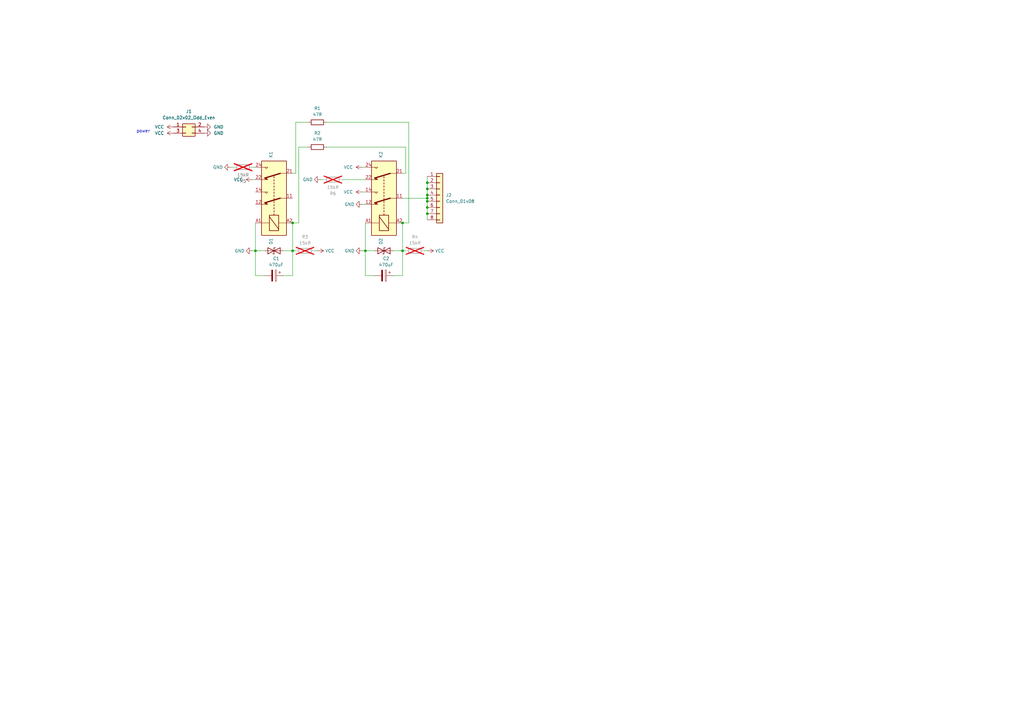
<source format=kicad_sch>
(kicad_sch (version 20231120) (generator "eeschema") (generator_version "8.0")
  (paper "A3")
  (lib_symbols
    (symbol "Connector_Generic:Conn_01x08" (pin_names (offset 1.016) hide)
      (property "Reference" "J" (at 0 10.16 0))
      (property "Value" "Conn_01x08" (at 0 -12.7 0))
      (symbol "Conn_01x08_1_1"
        (rectangle (start -1.27 -10.033) (end 0 -10.287) (stroke (width 0.1524)))
        (rectangle (start -1.27 -7.493) (end 0 -7.747) (stroke (width 0.1524)))
        (rectangle (start -1.27 -4.953) (end 0 -5.207) (stroke (width 0.1524)))
        (rectangle (start -1.27 -2.413) (end 0 -2.667) (stroke (width 0.1524)))
        (rectangle (start -1.27 0.127) (end 0 -0.127) (stroke (width 0.1524)))
        (rectangle (start -1.27 2.667) (end 0 2.413) (stroke (width 0.1524)))
        (rectangle (start -1.27 5.207) (end 0 4.953) (stroke (width 0.1524)))
        (rectangle (start -1.27 7.747) (end 0 7.493) (stroke (width 0.1524)))
        (rectangle (start -1.27 8.89) (end 1.27 -11.43) (stroke (width 0.254)) (fill (type background)))
        (pin passive line (at -5.08 7.62 0) (length 3.81) (name "Pin_1") (number "1"))
        (pin passive line (at -5.08 5.08 0) (length 3.81) (name "Pin_2") (number "2"))
        (pin passive line (at -5.08 2.54 0) (length 3.81) (name "Pin_3") (number "3"))
        (pin passive line (at -5.08 0 0) (length 3.81) (name "Pin_4") (number "4"))
        (pin passive line (at -5.08 -2.54 0) (length 3.81) (name "Pin_5") (number "5"))
        (pin passive line (at -5.08 -5.08 0) (length 3.81) (name "Pin_6") (number "6"))
        (pin passive line (at -5.08 -7.62 0) (length 3.81) (name "Pin_7") (number "7"))
        (pin passive line (at -5.08 -10.16 0) (length 3.81) (name "Pin_8") (number "8"))
      )
    )
    (symbol "Connector_Generic:Conn_02x02_Odd_Even" (pin_names (offset 1.016) hide)
      (property "Reference" "J" (at 1.27 2.54 0))
      (property "Value" "Conn_02x02_Odd_Even" (at 1.27 -5.08 0))
      (symbol "Conn_02x02_Odd_Even_1_1"
        (rectangle (start -1.27 -2.413) (end 0 -2.667) (stroke (width 0.1524)))
        (rectangle (start -1.27 0.127) (end 0 -0.127) (stroke (width 0.1524)))
        (rectangle (start -1.27 1.27) (end 3.81 -3.81) (stroke (width 0.254)) (fill (type background)))
        (rectangle (start 3.81 -2.413) (end 2.54 -2.667) (stroke (width 0.1524)))
        (rectangle (start 3.81 0.127) (end 2.54 -0.127) (stroke (width 0.1524)))
        (pin passive line (at -5.08 0 0) (length 3.81) (name "Pin_1") (number "1"))
        (pin passive line (at 7.62 0 180) (length 3.81) (name "Pin_2") (number "2"))
        (pin passive line (at -5.08 -2.54 0) (length 3.81) (name "Pin_3") (number "3"))
        (pin passive line (at 7.62 -2.54 180) (length 3.81) (name "Pin_4") (number "4"))
      )
    )
    (symbol "Device:C_Polarized" (pin_numbers hide) (pin_names (offset 0.254))
      (property "Reference" "C" (at 0.635 2.54 0))
      (property "Value" "C_Polarized" (at 0.635 -2.54 0))
      (symbol "C_Polarized_0_1"
        (rectangle (start -2.286 0.508) (end 2.286 1.016))
        (polyline (pts (xy -1.778 2.286) (xy -0.762 2.286)))
        (polyline (pts (xy -1.27 2.794) (xy -1.27 1.778)))
        (rectangle (start 2.286 -0.508) (end -2.286 -1.016) (fill (type outline)))
      )
      (symbol "C_Polarized_1_1"
        (pin passive line (at 0 3.81 270) (length 2.794) (name "~") (number "1"))
        (pin passive line (at 0 -3.81 90) (length 2.794) (name "~") (number "2"))
      )
    )
    (symbol "Device:D_TVS" (pin_numbers hide) (pin_names (offset 1.016) hide)
      (property "Reference" "D" (at 0 2.54 0))
      (property "Value" "D_TVS" (at 0 -2.54 0))
      (symbol "D_TVS_0_1"
        (polyline (pts (xy 1.27 0) (xy -1.27 0)))
        (polyline (pts (xy 0.508 1.27) (xy 0 1.27) (xy 0 -1.27) (xy -0.508 -1.27)) (stroke (width 0.254)))
        (polyline (pts (xy -2.54 1.27) (xy -2.54 -1.27) (xy 2.54 1.27) (xy 2.54 -1.27) (xy -2.54 1.27)) (stroke (width 0.254)))
      )
      (symbol "D_TVS_1_1"
        (pin passive line (at -3.81 0 0) (length 2.54) (name "A1") (number "1"))
        (pin passive line (at 3.81 0 180) (length 2.54) (name "A2") (number "2"))
      )
    )
    (symbol "Device:R" (pin_numbers hide) (pin_names (offset 0))
      (property "Reference" "R" (at 2.032 0 90))
      (property "Value" "R" (at 0 0 90))
      (symbol "R_0_1"
        (rectangle (start -1.016 -2.54) (end 1.016 2.54) (stroke (width 0.254)))
      )
      (symbol "R_1_1"
        (pin passive line (at 0 3.81 270) (length 1.27) (name "~") (number "1"))
        (pin passive line (at 0 -3.81 90) (length 1.27) (name "~") (number "2"))
      )
    )
    (symbol "Relay:Relay_DPDT"
      (property "Reference" "K" (at 16.51 3.81 0))
      (property "Value" "Relay_DPDT" (at 16.51 1.27 0))
      (symbol "Relay_DPDT_0_1"
        (rectangle (start -15.24 5.08) (end 15.24 -5.08) (stroke (width 0.254)) (fill (type background)))
        (rectangle (start -13.335 1.905) (end -6.985 -1.905) (stroke (width 0.254)))
        (polyline (pts (xy -12.7 -1.905) (xy -7.62 1.905)) (stroke (width 0.254)))
        (polyline (pts (xy -10.16 -5.08) (xy -10.16 -1.905)))
        (polyline (pts (xy -10.16 5.08) (xy -10.16 1.905)))
        (polyline (pts (xy -6.985 0) (xy -6.35 0)) (stroke (width 0.254)))
        (polyline (pts (xy -5.715 0) (xy -5.08 0)) (stroke (width 0.254)))
        (polyline (pts (xy -4.445 0) (xy -3.81 0)) (stroke (width 0.254)))
        (polyline (pts (xy -3.175 0) (xy -2.54 0)) (stroke (width 0.254)))
        (polyline (pts (xy -1.905 0) (xy -1.27 0)) (stroke (width 0.254)))
        (polyline (pts (xy -0.635 0) (xy 0 0)) (stroke (width 0.254)))
        (polyline (pts (xy 0 -2.54) (xy -1.905 3.81)) (stroke (width 0.508)))
        (polyline (pts (xy 0 -2.54) (xy 0 -5.08)))
        (polyline (pts (xy 0.635 0) (xy 1.27 0)) (stroke (width 0.254)))
        (polyline (pts (xy 1.905 0) (xy 2.54 0)) (stroke (width 0.254)))
        (polyline (pts (xy 3.175 0) (xy 3.81 0)) (stroke (width 0.254)))
        (polyline (pts (xy 4.445 0) (xy 5.08 0)) (stroke (width 0.254)))
        (polyline (pts (xy 5.715 0) (xy 6.35 0)) (stroke (width 0.254)))
        (polyline (pts (xy 6.985 0) (xy 7.62 0)) (stroke (width 0.254)))
        (polyline (pts (xy 8.255 0) (xy 8.89 0)) (stroke (width 0.254)))
        (polyline (pts (xy 10.16 -2.54) (xy 8.255 3.81)) (stroke (width 0.508)))
        (polyline (pts (xy 10.16 -2.54) (xy 10.16 -5.08)))
        (polyline (pts (xy -2.54 5.08) (xy -2.54 2.54) (xy -1.905 3.175) (xy -2.54 3.81)) (fill (type outline)))
        (polyline (pts (xy 2.54 5.08) (xy 2.54 2.54) (xy 1.905 3.175) (xy 2.54 3.81)))
        (polyline (pts (xy 7.62 5.08) (xy 7.62 2.54) (xy 8.255 3.175) (xy 7.62 3.81)) (fill (type outline)))
        (polyline (pts (xy 12.7 5.08) (xy 12.7 2.54) (xy 12.065 3.175) (xy 12.7 3.81)))
      )
      (symbol "Relay_DPDT_1_1"
        (pin passive line (at 0 -7.62 90) (length 2.54) (name "~") (number "11"))
        (pin passive line (at -2.54 7.62 270) (length 2.54) (name "~") (number "12"))
        (pin passive line (at 2.54 7.62 270) (length 2.54) (name "~") (number "14"))
        (pin passive line (at 10.16 -7.62 90) (length 2.54) (name "~") (number "21"))
        (pin passive line (at 7.62 7.62 270) (length 2.54) (name "~") (number "22"))
        (pin passive line (at 12.7 7.62 270) (length 2.54) (name "~") (number "24"))
        (pin passive line (at -10.16 7.62 270) (length 2.54) (name "~") (number "A1"))
        (pin passive line (at -10.16 -7.62 90) (length 2.54) (name "~") (number "A2"))
      )
    )
    (symbol "power:GND" (power) (pin_names (offset 0))
      (property "Value" "GND" (at 0 -3.81 0))
      (symbol "GND_0_1"
        (polyline (pts (xy 0 0) (xy 0 -1.27) (xy 1.27 -1.27) (xy 0 -2.54) (xy -1.27 -1.27) (xy 0 -1.27)))
      )
      (symbol "GND_1_1"
        (pin power_in line (at 0 0 270) (length 0) hide (name "GND") (number "1"))
      )
    )
    (symbol "power:VCC" (power) (pin_names (offset 0))
      (property "Value" "VCC" (at 0 3.81 0))
      (symbol "VCC_0_1"
        (polyline (pts (xy -0.762 1.27) (xy 0 2.54)))
        (polyline (pts (xy 0 0) (xy 0 2.54)))
        (polyline (pts (xy 0 2.54) (xy 0.762 1.27)))
      )
      (symbol "VCC_1_1"
        (pin power_in line (at 0 0 90) (length 0) hide (name "VCC") (number "1"))
      )
    )
  )
  (junction (at 175.26 85.09))
  (junction (at 165.1 91.44))
  (junction (at 175.26 77.47))
  (junction (at 175.26 81.28))
  (junction (at 104.775 102.87))
  (junction (at 175.26 87.63))
  (junction (at 175.26 80.01))
  (junction (at 175.26 74.93))
  (junction (at 120.015 102.87))
  (junction (at 120.015 91.44))
  (junction (at 175.26 82.55))
  (junction (at 165.1 102.87))
  (junction (at 149.86 102.87))
  (wire (pts (xy 133.985 50.165) (xy 167.64 50.165)))
  (wire (pts (xy 104.775 91.44) (xy 104.775 102.87)))
  (wire (pts (xy 116.205 102.87) (xy 120.015 102.87)))
  (wire (pts (xy 149.86 91.44) (xy 149.86 102.87)))
  (wire (pts (xy 148.59 83.82) (xy 149.86 83.82)))
  (wire (pts (xy 166.37 60.325) (xy 166.37 71.12)))
  (wire (pts (xy 149.86 102.87) (xy 153.67 102.87)))
  (wire (pts (xy 175.26 87.63) (xy 175.26 90.17)))
  (wire (pts (xy 148.59 68.58) (xy 149.86 68.58)))
  (wire (pts (xy 148.59 102.87) (xy 149.86 102.87)))
  (wire (pts (xy 94.615 68.58) (xy 95.885 68.58)))
  (wire (pts (xy 120.015 113.03) (xy 120.015 102.87)))
  (wire (pts (xy 175.26 74.93) (xy 175.26 77.47)))
  (wire (pts (xy 120.015 71.12) (xy 121.285 71.12)))
  (wire (pts (xy 149.86 113.03) (xy 149.86 102.87)))
  (wire (pts (xy 175.26 85.09) (xy 175.26 87.63)))
  (wire (pts (xy 108.585 113.03) (xy 104.775 113.03)))
  (wire (pts (xy 165.1 91.44) (xy 165.1 102.87)))
  (wire (pts (xy 120.015 91.44) (xy 120.015 102.87)))
  (wire (pts (xy 121.285 71.12) (xy 121.285 50.165)))
  (wire (pts (xy 175.26 81.28) (xy 175.26 82.55)))
  (wire (pts (xy 121.285 50.165) (xy 126.365 50.165)))
  (wire (pts (xy 175.26 102.87) (xy 173.99 102.87)))
  (wire (pts (xy 133.985 60.325) (xy 166.37 60.325)))
  (wire (pts (xy 103.505 73.66) (xy 104.775 73.66)))
  (wire (pts (xy 116.205 113.03) (xy 120.015 113.03)))
  (wire (pts (xy 165.1 113.03) (xy 165.1 102.87)))
  (wire (pts (xy 148.59 78.74) (xy 149.86 78.74)))
  (wire (pts (xy 167.64 91.44) (xy 165.1 91.44)))
  (wire (pts (xy 161.29 113.03) (xy 165.1 113.03)))
  (wire (pts (xy 165.1 102.87) (xy 166.37 102.87)))
  (wire (pts (xy 122.555 91.44) (xy 120.015 91.44)))
  (wire (pts (xy 167.64 50.165) (xy 167.64 91.44)))
  (wire (pts (xy 153.67 113.03) (xy 149.86 113.03)))
  (wire (pts (xy 175.26 77.47) (xy 175.26 80.01)))
  (wire (pts (xy 122.555 60.325) (xy 122.555 91.44)))
  (wire (pts (xy 122.555 60.325) (xy 126.365 60.325)))
  (wire (pts (xy 104.775 68.58) (xy 103.505 68.58)))
  (wire (pts (xy 120.015 102.87) (xy 121.285 102.87)))
  (wire (pts (xy 104.775 113.03) (xy 104.775 102.87)))
  (wire (pts (xy 175.26 82.55) (xy 175.26 85.09)))
  (wire (pts (xy 165.1 102.87) (xy 161.29 102.87)))
  (wire (pts (xy 166.37 71.12) (xy 165.1 71.12)))
  (wire (pts (xy 104.775 102.87) (xy 108.585 102.87)))
  (wire (pts (xy 103.505 102.87) (xy 104.775 102.87)))
  (wire (pts (xy 131.445 73.66) (xy 132.715 73.66)))
  (wire (pts (xy 175.26 72.39) (xy 175.26 74.93)))
  (wire (pts (xy 149.86 73.66) (xy 140.335 73.66)))
  (wire (pts (xy 175.26 80.01) (xy 175.26 81.28)))
  (wire (pts (xy 165.1 81.28) (xy 175.26 81.28)))
  (wire (pts (xy 130.175 102.87) (xy 128.905 102.87)))
  (text "power" (at 55.88 54.61 0) (effects (font (size 1.27 1.27)) (justify left bottom)))
  (symbol (lib_id "Device:R") (at 130.175 60.325 270) (unit 1)
    (property "Reference" "R2" (at 130.175 54.61 90))
    (property "Value" "47R" (at 130.175 57.15 90))
    (property "Footprint" "Resistor_SMD:R_0805_2012Metric_Pad1.20x1.40mm_HandSolder" (effects (hide yes)))
  )
  (symbol (lib_id "power:VCC") (at 103.505 73.66 90) (unit 1)
    (property "Reference" "#PWR07" (effects (hide yes)))
    (property "Value" "VCC" (at 99.695 73.66 90) (effects (justify left)))
  )
  (symbol (lib_id "power:VCC") (at 175.26 102.87 270) (unit 1)
    (property "Reference" "#PWR012" (effects (hide yes)))
    (property "Value" "VCC" (at 178.435 102.8699 90) (effects (justify left)))
  )
  (symbol (lib_id "power:GND") (at 148.59 102.87 270) (unit 1)
    (property "Reference" "#PWR06" (effects (hide yes)))
    (property "Value" "GND" (at 145.415 102.87 90) (effects (justify right)))
  )
  (symbol (lib_id "Device:C_Polarized") (at 157.48 113.03 270) (unit 1)
    (property "Reference" "C2" (at 158.369 106.045 90))
    (property "Value" "470uF" (at 158.369 108.585 90))
    (property "Footprint" "Capacitor_THT:CP_Radial_D10.0mm_P5.00mm" (effects (hide yes)))
  )
  (symbol (lib_id "power:VCC") (at 71.12 54.61 90) (unit 1)
    (property "Reference" "#PWR02" (effects (hide yes)))
    (property "Value" "VCC" (at 67.31 54.61 90) (effects (justify left)))
  )
  (symbol (lib_id "power:VCC") (at 71.12 52.07 90) (unit 1)
    (property "Reference" "#PWR01" (effects (hide yes)))
    (property "Value" "VCC" (at 67.31 52.07 90) (effects (justify left)))
  )
  (symbol (lib_id "power:GND") (at 131.445 73.66 270) (unit 1)
    (property "Reference" "#PWR014" (effects (hide yes)))
    (property "Value" "GND" (at 128.27 73.66 90) (effects (justify right)))
  )
  (symbol (lib_id "Connector_Generic:Conn_01x08") (at 180.34 80.01 0) (unit 1)
    (property "Reference" "J2" (at 182.88 80.01 0) (effects (justify left)))
    (property "Value" "Conn_01x08" (at 182.88 82.55 0) (effects (justify left)))
    (property "Footprint" "Connector_PinHeader_2.54mm:PinHeader_1x08_P2.54mm_Vertical" (effects (hide yes)))
  )
  (symbol (lib_id "power:VCC") (at 148.59 78.74 90) (unit 1)
    (property "Reference" "#PWR09" (effects (hide yes)))
    (property "Value" "VCC" (at 144.78 78.74 90) (effects (justify left)))
  )
  (symbol (lib_id "power:GND") (at 94.615 68.58 270) (unit 1)
    (property "Reference" "#PWR013" (effects (hide yes)))
    (property "Value" "GND" (at 91.44 68.58 90) (effects (justify right)))
  )
  (symbol (lib_id "power:GND") (at 83.82 52.07 90) (unit 1)
    (property "Reference" "#PWR03" (effects (hide yes)))
    (property "Value" "GND" (at 87.63 52.07 90) (effects (justify right)))
  )
  (symbol (lib_id "Device:R") (at 99.695 68.58 90) (unit 1) (dnp yes)
    (property "Reference" "R5" (at 99.695 74.295 90))
    (property "Value" "15kR" (at 99.695 71.755 90))
    (property "Footprint" "Resistor_THT:R_Axial_DIN0204_L3.6mm_D1.6mm_P2.54mm_Vertical" (effects (hide yes)))
  )
  (symbol (lib_id "Device:C_Polarized") (at 112.395 113.03 270) (unit 1)
    (property "Reference" "C1" (at 113.284 106.045 90))
    (property "Value" "470uF" (at 113.284 108.585 90))
    (property "Footprint" "Capacitor_THT:CP_Radial_D10.0mm_P5.00mm" (effects (hide yes)))
  )
  (symbol (lib_id "Device:R") (at 136.525 73.66 90) (unit 1) (dnp yes)
    (property "Reference" "R6" (at 136.525 79.375 90))
    (property "Value" "15kR" (at 136.525 76.835 90))
    (property "Footprint" "Resistor_THT:R_Axial_DIN0204_L3.6mm_D1.6mm_P2.54mm_Vertical" (effects (hide yes)))
  )
  (symbol (lib_id "Device:R") (at 170.18 102.87 270) (unit 1) (dnp yes)
    (property "Reference" "R4" (at 170.18 97.155 90))
    (property "Value" "15kR" (at 170.18 99.695 90))
    (property "Footprint" "Resistor_THT:R_Axial_DIN0204_L3.6mm_D1.6mm_P2.54mm_Vertical" (effects (hide yes)))
  )
  (symbol (lib_id "Device:D_TVS") (at 157.48 102.87 180) (unit 1)
    (property "Reference" "D2" (at 156.21 100.33 90) (effects (justify right)))
    (property "Value" "SMAJ14CA" (effects (hide yes)))
    (property "Footprint" "Diode_SMD:D_SMA_Handsoldering" (effects (hide yes)))
    (property "Datasheet" "https://goodarksemi.com/docs/datasheets/transient_voltage_suppressors/SMAJx.pdf" (effects (hide yes)))
  )
  (symbol (lib_id "power:GND") (at 148.59 83.82 270) (unit 1)
    (property "Reference" "#PWR010" (effects (hide yes)))
    (property "Value" "GND" (at 145.415 83.82 90) (effects (justify right)))
  )
  (symbol (lib_id "power:GND") (at 83.82 54.61 90) (unit 1)
    (property "Reference" "#PWR04" (effects (hide yes)))
    (property "Value" "GND" (at 87.63 54.61 90) (effects (justify right)))
  )
  (symbol (lib_id "power:VCC") (at 148.59 68.58 90) (unit 1)
    (property "Reference" "#PWR08" (effects (hide yes)))
    (property "Value" "VCC" (at 144.78 68.58 90) (effects (justify left)))
  )
  (symbol (lib_id "Relay:Relay_DPDT") (at 112.395 81.28 90) (unit 1)
    (property "Reference" "K1" (at 111.125 64.77 0) (effects (justify left)))
    (property "Value" "J104D2C12VDC.15S" (effects (hide yes)))
    (property "Footprint" "Relay_THT:Relay_DPDT_Finder_30.22" (effects (hide yes)))
    (property "Datasheet" "https://www.citrelay.com/Catalog%20Pages/RelayCatalog/J104D.pdf" (effects (hide yes)))
  )
  (symbol (lib_id "Device:R") (at 130.175 50.165 270) (unit 1)
    (property "Reference" "R1" (at 130.175 44.45 90))
    (property "Value" "47R" (at 130.175 46.99 90))
    (property "Footprint" "Resistor_SMD:R_0805_2012Metric_Pad1.20x1.40mm_HandSolder" (effects (hide yes)))
  )
  (symbol (lib_id "Relay:Relay_DPDT") (at 157.48 81.28 90) (unit 1)
    (property "Reference" "K2" (at 156.21 64.77 0) (effects (justify left)))
    (property "Value" "J104D2C12VDC.15S" (effects (hide yes)))
    (property "Footprint" "Relay_THT:Relay_DPDT_Finder_30.22" (effects (hide yes)))
    (property "Datasheet" "https://www.citrelay.com/Catalog%20Pages/RelayCatalog/J104D.pdf" (effects (hide yes)))
  )
  (symbol (lib_id "Connector_Generic:Conn_02x02_Odd_Even") (at 76.2 52.07 0) (unit 1)
    (property "Reference" "J1" (at 77.47 45.72 0))
    (property "Value" "Conn_02x02_Odd_Even" (at 77.47 48.26 0))
    (property "Footprint" "Connector_PinHeader_2.54mm:PinHeader_2x02_P2.54mm_Vertical" (effects (hide yes)))
  )
  (symbol (lib_id "power:VCC") (at 130.175 102.87 270) (unit 1)
    (property "Reference" "#PWR011" (effects (hide yes)))
    (property "Value" "VCC" (at 133.35 102.8699 90) (effects (justify left)))
  )
  (symbol (lib_id "Device:D_TVS") (at 112.395 102.87 180) (unit 1)
    (property "Reference" "D1" (at 111.125 100.33 90) (effects (justify right)))
    (property "Value" "SMAJ14CA" (effects (hide yes)))
    (property "Footprint" "Diode_SMD:D_SMA_Handsoldering" (effects (hide yes)))
    (property "Datasheet" "https://goodarksemi.com/docs/datasheets/transient_voltage_suppressors/SMAJx.pdf" (effects (hide yes)))
  )
  (symbol (lib_id "Device:R") (at 125.095 102.87 270) (unit 1) (dnp yes)
    (property "Reference" "R3" (at 125.095 97.155 90))
    (property "Value" "15kR" (at 125.095 99.695 90))
    (property "Footprint" "Resistor_THT:R_Axial_DIN0204_L3.6mm_D1.6mm_P2.54mm_Vertical" (effects (hide yes)))
  )
  (symbol (lib_id "power:GND") (at 103.505 102.87 270) (unit 1)
    (property "Reference" "#PWR05" (effects (hide yes)))
    (property "Value" "GND" (at 100.33 102.87 90) (effects (justify right)))
  )
)
</source>
